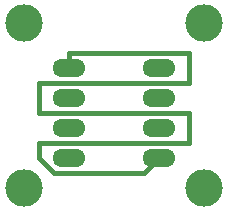
<source format=gbr>
%FSLAX23Y23*%
%MOIN*%
G04 EasyPC Gerber Version 13.0.2 Build 2807 *
%ADD16C,0.01500*%
%ADD14C,0.12500*%
%ADD19O,0.11000X0.06000*%
X0Y0D02*
D02*
D14*
X178Y103D03*
Y653D03*
X778Y103D03*
Y653D03*
D02*
D16*
X328Y502D02*
Y553D01*
X728*
Y453*
X228*
Y353*
X728*
Y253*
X228*
Y203*
X278Y153*
X578*
X627Y203*
D02*
D19*
X328D03*
Y303D03*
Y403D03*
Y502D03*
X627Y203D03*
Y303D03*
Y403D03*
Y502D03*
X0Y0D02*
M02*

</source>
